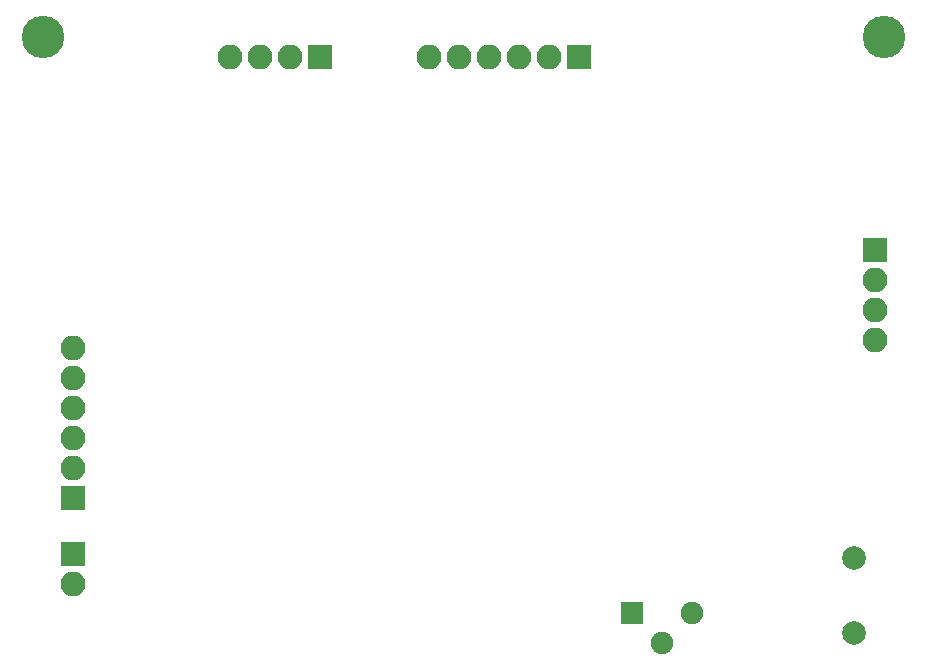
<source format=gbs>
G04 #@! TF.FileFunction,Soldermask,Bot*
%FSLAX46Y46*%
G04 Gerber Fmt 4.6, Leading zero omitted, Abs format (unit mm)*
G04 Created by KiCad (PCBNEW 4.0.4+e1-6308~48~ubuntu16.04.1-stable) date Thu Jan  5 19:53:31 2017*
%MOMM*%
%LPD*%
G01*
G04 APERTURE LIST*
%ADD10C,0.100000*%
%ADD11R,2.100000X2.100000*%
%ADD12O,2.100000X2.100000*%
%ADD13C,2.000200*%
%ADD14C,3.600000*%
%ADD15C,1.910000*%
%ADD16R,1.910000X1.910000*%
G04 APERTURE END LIST*
D10*
D11*
X103050000Y-94200000D03*
D12*
X103050000Y-96740000D03*
D11*
X123990000Y-52100000D03*
D12*
X121450000Y-52100000D03*
X118910000Y-52100000D03*
X116370000Y-52100000D03*
D11*
X170950000Y-68395000D03*
D12*
X170950000Y-70935000D03*
X170950000Y-73475000D03*
X170950000Y-76015000D03*
D13*
X169175000Y-100875000D03*
X169175000Y-94525000D03*
D11*
X103050000Y-89470000D03*
D12*
X103050000Y-86930000D03*
X103050000Y-84390000D03*
X103050000Y-81850000D03*
X103050000Y-79310000D03*
X103050000Y-76770000D03*
D11*
X145945000Y-52125000D03*
D12*
X143405000Y-52125000D03*
X140865000Y-52125000D03*
X138325000Y-52125000D03*
X135785000Y-52125000D03*
X133245000Y-52125000D03*
D14*
X171725000Y-50400000D03*
X100575000Y-50400000D03*
D15*
X155525000Y-99150000D03*
D16*
X150445000Y-99150000D03*
D15*
X152985000Y-101690000D03*
M02*

</source>
